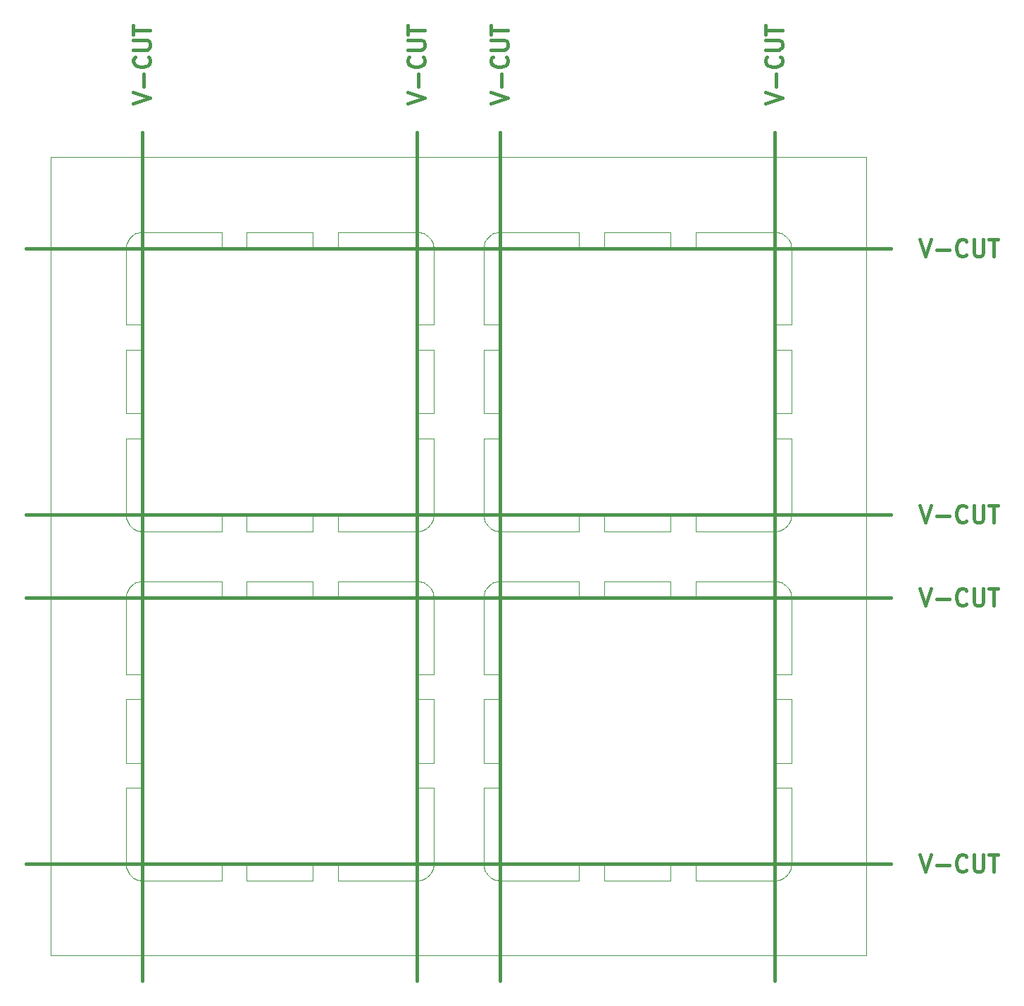
<source format=gm1>
G04 #@! TF.GenerationSoftware,KiCad,Pcbnew,6.0.11-2627ca5db0~126~ubuntu22.04.1*
G04 #@! TF.CreationDate,2023-02-05T22:44:53+11:00*
G04 #@! TF.ProjectId,panel,70616e65-6c2e-46b6-9963-61645f706362,rev?*
G04 #@! TF.SameCoordinates,Original*
G04 #@! TF.FileFunction,Profile,NP*
%FSLAX46Y46*%
G04 Gerber Fmt 4.6, Leading zero omitted, Abs format (unit mm)*
G04 Created by KiCad (PCBNEW 6.0.11-2627ca5db0~126~ubuntu22.04.1) date 2023-02-05 22:44:53*
%MOMM*%
%LPD*%
G01*
G04 APERTURE LIST*
G04 #@! TA.AperFunction,Profile*
%ADD10C,0.100000*%
G04 #@! TD*
G04 #@! TA.AperFunction,Profile*
%ADD11C,0.400000*%
G04 #@! TD*
%ADD12C,0.400000*%
G04 APERTURE END LIST*
D10*
X188461570Y-72609819D02*
X188490369Y-72803965D01*
X144265366Y-64847759D02*
X144080569Y-64913880D01*
X186696034Y-71009630D02*
X186890180Y-71038429D01*
X166000000Y-29000000D02*
X174000000Y-29000000D01*
X144914213Y-29585786D02*
X145046020Y-29731213D01*
X108586119Y-105580569D02*
X108538429Y-105390180D01*
X145413880Y-63580569D02*
X145347759Y-63765366D01*
X108586119Y-30419430D02*
X108652240Y-30234633D01*
X151538429Y-63390180D02*
X151509630Y-63196034D01*
X109085786Y-106414213D02*
X108953979Y-106268786D01*
X177000000Y-31000000D02*
X177000000Y-29000000D01*
X143890180Y-29038429D02*
X144080569Y-29086119D01*
X143500000Y-105000000D02*
X143500000Y-95833333D01*
X144442793Y-64763842D02*
X144265366Y-64847759D01*
X110500000Y-73000000D02*
X110500000Y-82166666D01*
X143500000Y-63000000D02*
X143500000Y-53833333D01*
X134000000Y-105000000D02*
X143500000Y-105000000D01*
X120000000Y-65000000D02*
X110500000Y-65000000D01*
X134000000Y-73000000D02*
X134000000Y-73000000D01*
X109919430Y-64913880D02*
X109734633Y-64847759D01*
X186500000Y-85166666D02*
X188500000Y-85166666D01*
X109734633Y-106847759D02*
X109557206Y-106763842D01*
X151736157Y-63942793D02*
X151652240Y-63765366D01*
X131000000Y-31000000D02*
X123000000Y-31000000D01*
X188500000Y-50833333D02*
X186500000Y-50833333D01*
X108500000Y-85166666D02*
X110500000Y-85166666D01*
X163000000Y-71000000D02*
X163000000Y-73000000D01*
X108736157Y-105942793D02*
X108652240Y-105765366D01*
X152734633Y-64847759D02*
X152557206Y-64763842D01*
X144914213Y-64414213D02*
X144768786Y-64546020D01*
X108509630Y-105196034D02*
X108500000Y-105000000D01*
X123000000Y-65000000D02*
X123000000Y-63000000D01*
X177000000Y-73000000D02*
X177000000Y-71000000D01*
X187611140Y-106662939D02*
X187442793Y-106763842D01*
X186500000Y-50833333D02*
X186500000Y-43166666D01*
X123000000Y-63000000D02*
X131000000Y-63000000D01*
X131000000Y-73000000D02*
X123000000Y-73000000D01*
X110303965Y-71009630D02*
X110500000Y-71000000D01*
X134000000Y-63000000D02*
X143500000Y-63000000D01*
X143500000Y-29000000D02*
X143696034Y-29009630D01*
X151586119Y-72419430D02*
X151652240Y-72234633D01*
X143890180Y-106961570D02*
X143696034Y-106990369D01*
X145263842Y-63942793D02*
X145162939Y-64111140D01*
X110500000Y-63000000D02*
X120000000Y-63000000D01*
X151586119Y-63580569D02*
X151538429Y-63390180D01*
X110500000Y-92833333D02*
X110500000Y-92833333D01*
X188500000Y-82166666D02*
X186500000Y-82166666D01*
X166000000Y-65000000D02*
X166000000Y-63000000D01*
D11*
X110500000Y-17000000D02*
X110500000Y-119000000D01*
D10*
X151500000Y-43166666D02*
X153500000Y-43166666D01*
X143890180Y-71038429D02*
X144080569Y-71086119D01*
D11*
X186500000Y-17000000D02*
X186500000Y-119000000D01*
D10*
X188162939Y-71888859D02*
X188263842Y-72057206D01*
X108837060Y-71888859D02*
X108953979Y-71731213D01*
X110303965Y-106990369D02*
X110109819Y-106961570D01*
X151509630Y-105196034D02*
X151500000Y-105000000D01*
X151652240Y-63765366D02*
X151586119Y-63580569D01*
X109085786Y-64414213D02*
X108953979Y-64268786D01*
X152919430Y-29086119D02*
X153109819Y-29038429D01*
X187265366Y-71152240D02*
X187442793Y-71236157D01*
X145347759Y-63765366D02*
X145263842Y-63942793D01*
X108953979Y-71731213D02*
X109085786Y-71585786D01*
X151500000Y-85166666D02*
X153500000Y-85166666D01*
X120000000Y-105000000D02*
X120000000Y-107000000D01*
X187080569Y-64913880D02*
X186890180Y-64961570D01*
X108652240Y-63765366D02*
X108586119Y-63580569D01*
X163000000Y-63000000D02*
X163000000Y-65000000D01*
X110500000Y-29000000D02*
X120000000Y-29000000D01*
X109388859Y-64662939D02*
X109231213Y-64546020D01*
X153500000Y-95833333D02*
X153500000Y-105000000D01*
X145500000Y-73000000D02*
X145500000Y-82166666D01*
X153303965Y-29009630D02*
X153500000Y-29000000D01*
X151837060Y-71888859D02*
X151953979Y-71731213D01*
X163000000Y-73000000D02*
X153500000Y-73000000D01*
X108736157Y-30057206D02*
X108837060Y-29888859D01*
X152734633Y-106847759D02*
X152557206Y-106763842D01*
X166000000Y-31000000D02*
X166000000Y-31000000D01*
X153109819Y-29038429D02*
X153303965Y-29009630D01*
X145461570Y-63390180D02*
X145413880Y-63580569D01*
X151586119Y-30419430D02*
X151652240Y-30234633D01*
X110500000Y-105000000D02*
X120000000Y-105000000D01*
X151953979Y-71731213D02*
X152085786Y-71585786D01*
X152231213Y-64546020D02*
X152085786Y-64414213D01*
X144080569Y-106913880D02*
X143890180Y-106961570D01*
X153500000Y-82166666D02*
X151500000Y-82166666D01*
X144914213Y-106414213D02*
X144768786Y-106546020D01*
X177000000Y-63000000D02*
X186500000Y-63000000D01*
X188461570Y-30609819D02*
X188490369Y-30803965D01*
X145500000Y-105000000D02*
X145490369Y-105196034D01*
X99500000Y-116000000D02*
X197500000Y-116000000D01*
X186500000Y-85166666D02*
X186500000Y-85166666D01*
X145500000Y-85166666D02*
X145500000Y-85166666D01*
X188500000Y-53833333D02*
X188500000Y-63000000D01*
X152557206Y-64763842D02*
X152388859Y-64662939D01*
X163000000Y-31000000D02*
X153500000Y-31000000D01*
X166000000Y-105000000D02*
X174000000Y-105000000D01*
X143696034Y-106990369D02*
X143500000Y-107000000D01*
X163000000Y-105000000D02*
X163000000Y-107000000D01*
X187768786Y-106546020D02*
X187611140Y-106662939D01*
X109388859Y-106662939D02*
X109231213Y-106546020D01*
X151509630Y-63196034D02*
X151500000Y-63000000D01*
X123000000Y-63000000D02*
X123000000Y-63000000D01*
X120000000Y-31000000D02*
X110500000Y-31000000D01*
X166000000Y-73000000D02*
X166000000Y-71000000D01*
X108538429Y-30609819D02*
X108586119Y-30419430D01*
X153500000Y-63000000D02*
X163000000Y-63000000D01*
X188046020Y-106268786D02*
X187914213Y-106414213D01*
X151509630Y-30803965D02*
X151538429Y-30609819D01*
X145500000Y-40166666D02*
X143500000Y-40166666D01*
X187611140Y-64662939D02*
X187442793Y-64763842D01*
X187611140Y-29337060D02*
X187768786Y-29453979D01*
X152231213Y-106546020D02*
X152085786Y-106414213D01*
X110500000Y-43166666D02*
X110500000Y-50833333D01*
X153500000Y-107000000D02*
X153303965Y-106990369D01*
X188046020Y-71731213D02*
X188162939Y-71888859D01*
X151586119Y-105580569D02*
X151538429Y-105390180D01*
X108500000Y-31000000D02*
X108509630Y-30803965D01*
X110500000Y-105000000D02*
X110500000Y-105000000D01*
X151500000Y-73000000D02*
X151509630Y-72803965D01*
X188413880Y-72419430D02*
X188461570Y-72609819D01*
X131000000Y-107000000D02*
X123000000Y-107000000D01*
X174000000Y-105000000D02*
X174000000Y-105000000D01*
D11*
X96500000Y-105000000D02*
X200500000Y-105000000D01*
D10*
X123000000Y-107000000D02*
X123000000Y-105000000D01*
X110500000Y-107000000D02*
X110303965Y-106990369D01*
X153500000Y-85166666D02*
X153500000Y-85166666D01*
X145500000Y-95833333D02*
X145500000Y-105000000D01*
X177000000Y-65000000D02*
X177000000Y-63000000D01*
X186696034Y-64990369D02*
X186500000Y-65000000D01*
X153500000Y-53833333D02*
X153500000Y-63000000D01*
X187914213Y-71585786D02*
X188046020Y-71731213D01*
X110500000Y-71000000D02*
X120000000Y-71000000D01*
X151953979Y-64268786D02*
X151837060Y-64111140D01*
X151500000Y-92833333D02*
X151500000Y-85166666D01*
X153303965Y-64990369D02*
X153109819Y-64961570D01*
X188263842Y-105942793D02*
X188162939Y-106111140D01*
X109919430Y-71086119D02*
X110109819Y-71038429D01*
X152388859Y-106662939D02*
X152231213Y-106546020D01*
X174000000Y-63000000D02*
X174000000Y-65000000D01*
X109085786Y-71585786D02*
X109231213Y-71453979D01*
X110109819Y-64961570D02*
X109919430Y-64913880D01*
X188413880Y-30419430D02*
X188461570Y-30609819D01*
X197500000Y-20000000D02*
X99500000Y-20000000D01*
X187768786Y-64546020D02*
X187611140Y-64662939D01*
X153109819Y-71038429D02*
X153303965Y-71009630D01*
X134000000Y-29000000D02*
X143500000Y-29000000D01*
X144914213Y-71585786D02*
X145046020Y-71731213D01*
X99500000Y-20000000D02*
X99500000Y-116000000D01*
X186500000Y-40166666D02*
X186500000Y-31000000D01*
X153500000Y-92833333D02*
X151500000Y-92833333D01*
X143500000Y-71000000D02*
X143696034Y-71009630D01*
X188263842Y-63942793D02*
X188162939Y-64111140D01*
X153500000Y-50833333D02*
X151500000Y-50833333D01*
X108509630Y-72803965D02*
X108538429Y-72609819D01*
X152557206Y-71236157D02*
X152734633Y-71152240D01*
X134000000Y-31000000D02*
X134000000Y-29000000D01*
X143500000Y-65000000D02*
X134000000Y-65000000D01*
X134000000Y-73000000D02*
X134000000Y-71000000D01*
X174000000Y-71000000D02*
X174000000Y-73000000D01*
X120000000Y-63000000D02*
X120000000Y-65000000D01*
X145046020Y-64268786D02*
X144914213Y-64414213D01*
X134000000Y-65000000D02*
X134000000Y-63000000D01*
X144768786Y-106546020D02*
X144611140Y-106662939D01*
X186500000Y-43166666D02*
X188500000Y-43166666D01*
X174000000Y-73000000D02*
X166000000Y-73000000D01*
X145413880Y-105580569D02*
X145347759Y-105765366D01*
X145500000Y-82166666D02*
X143500000Y-82166666D01*
X188263842Y-72057206D02*
X188347759Y-72234633D01*
X144768786Y-71453979D02*
X144914213Y-71585786D01*
X151953979Y-29731213D02*
X152085786Y-29585786D01*
X151500000Y-53833333D02*
X153500000Y-53833333D01*
X144768786Y-64546020D02*
X144611140Y-64662939D01*
X120000000Y-73000000D02*
X120000000Y-73000000D01*
X110500000Y-50833333D02*
X110500000Y-50833333D01*
X145263842Y-72057206D02*
X145347759Y-72234633D01*
X151500000Y-40166666D02*
X151500000Y-31000000D01*
X134000000Y-71000000D02*
X143500000Y-71000000D01*
X174000000Y-65000000D02*
X166000000Y-65000000D01*
X177000000Y-29000000D02*
X186500000Y-29000000D01*
X108500000Y-43166666D02*
X110500000Y-43166666D01*
X144265366Y-106847759D02*
X144080569Y-106913880D01*
X151736157Y-105942793D02*
X151652240Y-105765366D01*
X151500000Y-95833333D02*
X153500000Y-95833333D01*
X123000000Y-31000000D02*
X123000000Y-29000000D01*
X145500000Y-43166666D02*
X145500000Y-43166666D01*
X151652240Y-105765366D02*
X151586119Y-105580569D01*
X110500000Y-95833333D02*
X110500000Y-105000000D01*
X108500000Y-50833333D02*
X108500000Y-43166666D01*
X166000000Y-63000000D02*
X174000000Y-63000000D01*
X153500000Y-31000000D02*
X153500000Y-31000000D01*
X110109819Y-29038429D02*
X110303965Y-29009630D01*
X131000000Y-63000000D02*
X131000000Y-65000000D01*
X186890180Y-64961570D02*
X186696034Y-64990369D01*
X151837060Y-29888859D02*
X151953979Y-29731213D01*
X131000000Y-105000000D02*
X131000000Y-105000000D01*
X143500000Y-105000000D02*
X143500000Y-105000000D01*
X143500000Y-31000000D02*
X134000000Y-31000000D01*
X152085786Y-71585786D02*
X152231213Y-71453979D01*
X188162939Y-64111140D02*
X188046020Y-64268786D01*
X109557206Y-106763842D02*
X109388859Y-106662939D01*
X152557206Y-29236157D02*
X152734633Y-29152240D01*
X109231213Y-71453979D02*
X109388859Y-71337060D01*
X144442793Y-29236157D02*
X144611140Y-29337060D01*
X174000000Y-73000000D02*
X174000000Y-73000000D01*
X188347759Y-72234633D02*
X188413880Y-72419430D01*
X153109819Y-106961570D02*
X152919430Y-106913880D01*
X188263842Y-30057206D02*
X188347759Y-30234633D01*
X187442793Y-106763842D02*
X187265366Y-106847759D01*
X187080569Y-71086119D02*
X187265366Y-71152240D01*
X188490369Y-105196034D02*
X188461570Y-105390180D01*
X174000000Y-105000000D02*
X174000000Y-107000000D01*
X186500000Y-82166666D02*
X186500000Y-73000000D01*
X143890180Y-64961570D02*
X143696034Y-64990369D01*
X151953979Y-106268786D02*
X151837060Y-106111140D01*
X174000000Y-29000000D02*
X174000000Y-31000000D01*
X188500000Y-31000000D02*
X188500000Y-40166666D01*
X120000000Y-71000000D02*
X120000000Y-73000000D01*
X186500000Y-73000000D02*
X186500000Y-73000000D01*
X188347759Y-105765366D02*
X188263842Y-105942793D01*
X144080569Y-29086119D02*
X144265366Y-29152240D01*
X145162939Y-64111140D02*
X145046020Y-64268786D01*
X151652240Y-72234633D02*
X151736157Y-72057206D01*
X186500000Y-65000000D02*
X177000000Y-65000000D01*
X197500000Y-116000000D02*
X197500000Y-116000000D01*
X108652240Y-72234633D02*
X108736157Y-72057206D01*
X186500000Y-31000000D02*
X177000000Y-31000000D01*
D11*
X143500000Y-17000000D02*
X143500000Y-119000000D01*
D10*
X144265366Y-71152240D02*
X144442793Y-71236157D01*
X145046020Y-71731213D02*
X145162939Y-71888859D01*
X123000000Y-31000000D02*
X123000000Y-31000000D01*
X108953979Y-106268786D02*
X108837060Y-106111140D01*
X151736157Y-30057206D02*
X151837060Y-29888859D01*
X153303965Y-106990369D02*
X153109819Y-106961570D01*
X109388859Y-71337060D02*
X109557206Y-71236157D01*
X145347759Y-105765366D02*
X145263842Y-105942793D01*
X110500000Y-82166666D02*
X108500000Y-82166666D01*
X145162939Y-71888859D02*
X145263842Y-72057206D01*
X153500000Y-31000000D02*
X153500000Y-40166666D01*
X110303965Y-64990369D02*
X110109819Y-64961570D01*
X144265366Y-29152240D02*
X144442793Y-29236157D01*
X186500000Y-31000000D02*
X186500000Y-31000000D01*
X152085786Y-106414213D02*
X151953979Y-106268786D01*
X109231213Y-106546020D02*
X109085786Y-106414213D01*
X144442793Y-106763842D02*
X144265366Y-106847759D01*
X131000000Y-29000000D02*
X131000000Y-31000000D01*
X108500000Y-105000000D02*
X108500000Y-95833333D01*
X108538429Y-105390180D02*
X108509630Y-105196034D01*
D11*
X96500000Y-73000000D02*
X200500000Y-73000000D01*
D10*
X186500000Y-107000000D02*
X177000000Y-107000000D01*
X144611140Y-106662939D02*
X144442793Y-106763842D01*
X186500000Y-43166666D02*
X186500000Y-43166666D01*
X186500000Y-71000000D02*
X186696034Y-71009630D01*
X145500000Y-85166666D02*
X145500000Y-92833333D01*
X108736157Y-63942793D02*
X108652240Y-63765366D01*
X145347759Y-72234633D02*
X145413880Y-72419430D01*
X108837060Y-29888859D02*
X108953979Y-29731213D01*
X187442793Y-71236157D02*
X187611140Y-71337060D01*
X151538429Y-105390180D02*
X151509630Y-105196034D01*
X186500000Y-105000000D02*
X186500000Y-105000000D01*
X143500000Y-82166666D02*
X143500000Y-73000000D01*
X108500000Y-40166666D02*
X108500000Y-31000000D01*
X131000000Y-105000000D02*
X131000000Y-107000000D01*
X110500000Y-65000000D02*
X110303965Y-64990369D01*
X108500000Y-63000000D02*
X108500000Y-53833333D01*
X108500000Y-73000000D02*
X108509630Y-72803965D01*
X166000000Y-31000000D02*
X166000000Y-29000000D01*
X177000000Y-105000000D02*
X186500000Y-105000000D01*
X186500000Y-73000000D02*
X177000000Y-73000000D01*
X145347759Y-30234633D02*
X145413880Y-30419430D01*
X188162939Y-106111140D02*
X188046020Y-106268786D01*
X177000000Y-107000000D02*
X177000000Y-105000000D01*
X110500000Y-63000000D02*
X110500000Y-63000000D01*
X188413880Y-63580569D02*
X188347759Y-63765366D01*
X145490369Y-72803965D02*
X145500000Y-73000000D01*
X108500000Y-40166666D02*
X108500000Y-40166666D01*
X143500000Y-53833333D02*
X145500000Y-53833333D01*
X120000000Y-29000000D02*
X120000000Y-31000000D01*
X143500000Y-40166666D02*
X143500000Y-40166666D01*
X152557206Y-106763842D02*
X152388859Y-106662939D01*
X110303965Y-29009630D02*
X110500000Y-29000000D01*
X188500000Y-95833333D02*
X188500000Y-105000000D01*
X187080569Y-29086119D02*
X187265366Y-29152240D01*
D11*
X96500000Y-63000000D02*
X200500000Y-63000000D01*
D10*
X144611140Y-71337060D02*
X144768786Y-71453979D01*
X153500000Y-73000000D02*
X153500000Y-82166666D01*
X145490369Y-63196034D02*
X145461570Y-63390180D01*
X110500000Y-50833333D02*
X108500000Y-50833333D01*
X187442793Y-29236157D02*
X187611140Y-29337060D01*
X151538429Y-72609819D02*
X151586119Y-72419430D01*
X145500000Y-43166666D02*
X145500000Y-50833333D01*
X186890180Y-71038429D02*
X187080569Y-71086119D01*
X145461570Y-30609819D02*
X145490369Y-30803965D01*
X151500000Y-50833333D02*
X151500000Y-43166666D01*
X120000000Y-107000000D02*
X110500000Y-107000000D01*
X108586119Y-63580569D02*
X108538429Y-63390180D01*
X187080569Y-106913880D02*
X186890180Y-106961570D01*
X152085786Y-29585786D02*
X152231213Y-29453979D01*
X145500000Y-53833333D02*
X145500000Y-63000000D01*
X186500000Y-105000000D02*
X186500000Y-95833333D01*
X109557206Y-29236157D02*
X109734633Y-29152240D01*
X153500000Y-71000000D02*
X163000000Y-71000000D01*
X120000000Y-73000000D02*
X110500000Y-73000000D01*
X123000000Y-73000000D02*
X123000000Y-71000000D01*
X188500000Y-85166666D02*
X188500000Y-92833333D01*
X145413880Y-72419430D02*
X145461570Y-72609819D01*
X188347759Y-63765366D02*
X188263842Y-63942793D01*
X143500000Y-50833333D02*
X143500000Y-43166666D01*
X153500000Y-105000000D02*
X163000000Y-105000000D01*
X145500000Y-50833333D02*
X143500000Y-50833333D01*
X145461570Y-105390180D02*
X145413880Y-105580569D01*
X108500000Y-53833333D02*
X110500000Y-53833333D01*
X144080569Y-64913880D02*
X143890180Y-64961570D01*
X188500000Y-73000000D02*
X188500000Y-82166666D01*
X109085786Y-29585786D02*
X109231213Y-29453979D01*
X143500000Y-95833333D02*
X145500000Y-95833333D01*
X109557206Y-71236157D02*
X109734633Y-71152240D01*
X152388859Y-29337060D02*
X152557206Y-29236157D01*
X187611140Y-71337060D02*
X187768786Y-71453979D01*
X163000000Y-65000000D02*
X153500000Y-65000000D01*
X186890180Y-29038429D02*
X187080569Y-29086119D01*
X143500000Y-92833333D02*
X143500000Y-85166666D01*
X166000000Y-107000000D02*
X166000000Y-105000000D01*
X177000000Y-71000000D02*
X186500000Y-71000000D01*
X188500000Y-63000000D02*
X188490369Y-63196034D01*
X186500000Y-95833333D02*
X188500000Y-95833333D01*
X145263842Y-105942793D02*
X145162939Y-106111140D01*
X152919430Y-106913880D02*
X152734633Y-106847759D01*
X109231213Y-29453979D02*
X109388859Y-29337060D01*
X110500000Y-40166666D02*
X108500000Y-40166666D01*
X151500000Y-82166666D02*
X151500000Y-73000000D01*
X108652240Y-105765366D02*
X108586119Y-105580569D01*
X134000000Y-63000000D02*
X134000000Y-63000000D01*
X145461570Y-72609819D02*
X145490369Y-72803965D01*
X145162939Y-106111140D02*
X145046020Y-106268786D01*
X163000000Y-73000000D02*
X163000000Y-73000000D01*
X144611140Y-29337060D02*
X144768786Y-29453979D01*
X145046020Y-29731213D02*
X145162939Y-29888859D01*
X153500000Y-65000000D02*
X153303965Y-64990369D01*
X186500000Y-63000000D02*
X186500000Y-53833333D01*
X109734633Y-71152240D02*
X109919430Y-71086119D01*
X123000000Y-105000000D02*
X131000000Y-105000000D01*
X109557206Y-64763842D02*
X109388859Y-64662939D01*
X163000000Y-29000000D02*
X163000000Y-31000000D01*
X153500000Y-43166666D02*
X153500000Y-43166666D01*
X153500000Y-95833333D02*
X153500000Y-95833333D01*
X188046020Y-29731213D02*
X188162939Y-29888859D01*
X123000000Y-71000000D02*
X131000000Y-71000000D01*
X151500000Y-31000000D02*
X151509630Y-30803965D01*
X151837060Y-64111140D02*
X151736157Y-63942793D01*
X144442793Y-71236157D02*
X144611140Y-71337060D01*
X110109819Y-106961570D02*
X109919430Y-106913880D01*
X188413880Y-105580569D02*
X188347759Y-105765366D01*
X163000000Y-107000000D02*
X153500000Y-107000000D01*
X187442793Y-64763842D02*
X187265366Y-64847759D01*
X187265366Y-29152240D02*
X187442793Y-29236157D01*
X153500000Y-85166666D02*
X153500000Y-92833333D01*
X110500000Y-53833333D02*
X110500000Y-63000000D01*
X143500000Y-85166666D02*
X145500000Y-85166666D01*
X110500000Y-92833333D02*
X108500000Y-92833333D01*
X153500000Y-43166666D02*
X153500000Y-50833333D01*
X131000000Y-65000000D02*
X123000000Y-65000000D01*
X152085786Y-64414213D02*
X151953979Y-64268786D01*
X145500000Y-92833333D02*
X143500000Y-92833333D01*
X145490369Y-105196034D02*
X145461570Y-105390180D01*
X186890180Y-106961570D02*
X186696034Y-106990369D01*
X153500000Y-29000000D02*
X163000000Y-29000000D01*
X144080569Y-71086119D02*
X144265366Y-71152240D01*
X188490369Y-30803965D02*
X188500000Y-31000000D01*
X152734633Y-29152240D02*
X152919430Y-29086119D01*
X188461570Y-63390180D02*
X188413880Y-63580569D01*
X108736157Y-72057206D02*
X108837060Y-71888859D01*
X108500000Y-82166666D02*
X108500000Y-73000000D01*
X108586119Y-72419430D02*
X108652240Y-72234633D01*
X143500000Y-43166666D02*
X145500000Y-43166666D01*
X131000000Y-73000000D02*
X131000000Y-73000000D01*
X143500000Y-107000000D02*
X134000000Y-107000000D01*
X166000000Y-71000000D02*
X174000000Y-71000000D01*
X151736157Y-72057206D02*
X151837060Y-71888859D01*
X145413880Y-30419430D02*
X145461570Y-30609819D01*
X143696034Y-64990369D02*
X143500000Y-65000000D01*
X110500000Y-85166666D02*
X110500000Y-92833333D01*
X186696034Y-29009630D02*
X186890180Y-29038429D01*
X108500000Y-95833333D02*
X110500000Y-95833333D01*
X110500000Y-31000000D02*
X110500000Y-40166666D01*
X174000000Y-107000000D02*
X166000000Y-107000000D01*
X188490369Y-63196034D02*
X188461570Y-63390180D01*
X109388859Y-29337060D02*
X109557206Y-29236157D01*
X187768786Y-71453979D02*
X187914213Y-71585786D01*
X152919430Y-64913880D02*
X152734633Y-64847759D01*
X145046020Y-106268786D02*
X144914213Y-106414213D01*
X108837060Y-106111140D02*
X108736157Y-105942793D01*
X152231213Y-71453979D02*
X152388859Y-71337060D01*
X186696034Y-106990369D02*
X186500000Y-107000000D01*
X145500000Y-63000000D02*
X145490369Y-63196034D01*
X152388859Y-71337060D02*
X152557206Y-71236157D01*
X151500000Y-105000000D02*
X151500000Y-95833333D01*
X187914213Y-106414213D02*
X187768786Y-106546020D01*
X188046020Y-64268786D02*
X187914213Y-64414213D01*
X145263842Y-30057206D02*
X145347759Y-30234633D01*
X188162939Y-29888859D02*
X188263842Y-30057206D01*
X143500000Y-73000000D02*
X134000000Y-73000000D01*
X188490369Y-72803965D02*
X188500000Y-73000000D01*
X134000000Y-107000000D02*
X134000000Y-105000000D01*
X108538429Y-72609819D02*
X108586119Y-72419430D01*
X108953979Y-29731213D02*
X109085786Y-29585786D01*
X144611140Y-64662939D02*
X144442793Y-64763842D01*
X177000000Y-63000000D02*
X177000000Y-63000000D01*
X123000000Y-29000000D02*
X131000000Y-29000000D01*
X145490369Y-30803965D02*
X145500000Y-31000000D01*
X153303965Y-71009630D02*
X153500000Y-71000000D01*
X109919430Y-29086119D02*
X110109819Y-29038429D01*
X187768786Y-29453979D02*
X187914213Y-29585786D01*
X152388859Y-64662939D02*
X152231213Y-64546020D01*
X151538429Y-30609819D02*
X151586119Y-30419430D01*
X144768786Y-29453979D02*
X144914213Y-29585786D01*
X186500000Y-92833333D02*
X186500000Y-85166666D01*
X151837060Y-106111140D02*
X151736157Y-105942793D01*
X153500000Y-40166666D02*
X151500000Y-40166666D01*
X188500000Y-105000000D02*
X188490369Y-105196034D01*
X143696034Y-71009630D02*
X143890180Y-71038429D01*
X197500000Y-116000000D02*
X197500000Y-20000000D01*
X109231213Y-64546020D02*
X109085786Y-64414213D01*
X152734633Y-71152240D02*
X152919430Y-71086119D01*
X187265366Y-106847759D02*
X187080569Y-106913880D01*
X108652240Y-30234633D02*
X108736157Y-30057206D01*
X186500000Y-53833333D02*
X188500000Y-53833333D01*
X151500000Y-63000000D02*
X151500000Y-53833333D01*
X187914213Y-29585786D02*
X188046020Y-29731213D01*
X108837060Y-64111140D02*
X108736157Y-63942793D01*
X131000000Y-71000000D02*
X131000000Y-73000000D01*
X145500000Y-31000000D02*
X145500000Y-40166666D01*
X152919430Y-71086119D02*
X153109819Y-71038429D01*
X188500000Y-43166666D02*
X188500000Y-50833333D01*
D11*
X153500000Y-17000000D02*
X153500000Y-119000000D01*
D10*
X109734633Y-29152240D02*
X109919430Y-29086119D01*
X151509630Y-72803965D02*
X151538429Y-72609819D01*
X109734633Y-64847759D02*
X109557206Y-64763842D01*
X108509630Y-63196034D02*
X108500000Y-63000000D01*
X151652240Y-30234633D02*
X151736157Y-30057206D01*
X188461570Y-105390180D02*
X188413880Y-105580569D01*
D11*
X96500000Y-31000000D02*
X200500000Y-31000000D01*
D10*
X108953979Y-64268786D02*
X108837060Y-64111140D01*
X166000000Y-63000000D02*
X166000000Y-63000000D01*
X108500000Y-92833333D02*
X108500000Y-85166666D01*
X152231213Y-29453979D02*
X152388859Y-29337060D01*
X188500000Y-92833333D02*
X186500000Y-92833333D01*
X174000000Y-31000000D02*
X166000000Y-31000000D01*
X143696034Y-29009630D02*
X143890180Y-29038429D01*
X187265366Y-64847759D02*
X187080569Y-64913880D01*
X108509630Y-30803965D02*
X108538429Y-30609819D01*
X153500000Y-53833333D02*
X153500000Y-53833333D01*
X153109819Y-64961570D02*
X152919430Y-64913880D01*
X143500000Y-40166666D02*
X143500000Y-31000000D01*
X145162939Y-29888859D02*
X145263842Y-30057206D01*
X186500000Y-29000000D02*
X186696034Y-29009630D01*
X108538429Y-63390180D02*
X108509630Y-63196034D01*
X109919430Y-106913880D02*
X109734633Y-106847759D01*
X188347759Y-30234633D02*
X188413880Y-30419430D01*
X110109819Y-71038429D02*
X110303965Y-71009630D01*
X188500000Y-40166666D02*
X186500000Y-40166666D01*
X187914213Y-64414213D02*
X187768786Y-64546020D01*
D12*
X142404761Y-13549523D02*
X144404761Y-12882857D01*
X142404761Y-12216190D01*
X143642857Y-11549523D02*
X143642857Y-10025714D01*
X144214285Y-7930476D02*
X144309523Y-8025714D01*
X144404761Y-8311428D01*
X144404761Y-8501904D01*
X144309523Y-8787619D01*
X144119047Y-8978095D01*
X143928571Y-9073333D01*
X143547619Y-9168571D01*
X143261904Y-9168571D01*
X142880952Y-9073333D01*
X142690476Y-8978095D01*
X142500000Y-8787619D01*
X142404761Y-8501904D01*
X142404761Y-8311428D01*
X142500000Y-8025714D01*
X142595238Y-7930476D01*
X142404761Y-7073333D02*
X144023809Y-7073333D01*
X144214285Y-6978095D01*
X144309523Y-6882857D01*
X144404761Y-6692380D01*
X144404761Y-6311428D01*
X144309523Y-6120952D01*
X144214285Y-6025714D01*
X144023809Y-5930476D01*
X142404761Y-5930476D01*
X142404761Y-5263809D02*
X142404761Y-4120952D01*
X144404761Y-4692380D02*
X142404761Y-4692380D01*
X203950476Y-61904761D02*
X204617142Y-63904761D01*
X205283809Y-61904761D01*
X205950476Y-63142857D02*
X207474285Y-63142857D01*
X209569523Y-63714285D02*
X209474285Y-63809523D01*
X209188571Y-63904761D01*
X208998095Y-63904761D01*
X208712380Y-63809523D01*
X208521904Y-63619047D01*
X208426666Y-63428571D01*
X208331428Y-63047619D01*
X208331428Y-62761904D01*
X208426666Y-62380952D01*
X208521904Y-62190476D01*
X208712380Y-62000000D01*
X208998095Y-61904761D01*
X209188571Y-61904761D01*
X209474285Y-62000000D01*
X209569523Y-62095238D01*
X210426666Y-61904761D02*
X210426666Y-63523809D01*
X210521904Y-63714285D01*
X210617142Y-63809523D01*
X210807619Y-63904761D01*
X211188571Y-63904761D01*
X211379047Y-63809523D01*
X211474285Y-63714285D01*
X211569523Y-63523809D01*
X211569523Y-61904761D01*
X212236190Y-61904761D02*
X213379047Y-61904761D01*
X212807619Y-63904761D02*
X212807619Y-61904761D01*
X109404761Y-13549523D02*
X111404761Y-12882857D01*
X109404761Y-12216190D01*
X110642857Y-11549523D02*
X110642857Y-10025714D01*
X111214285Y-7930476D02*
X111309523Y-8025714D01*
X111404761Y-8311428D01*
X111404761Y-8501904D01*
X111309523Y-8787619D01*
X111119047Y-8978095D01*
X110928571Y-9073333D01*
X110547619Y-9168571D01*
X110261904Y-9168571D01*
X109880952Y-9073333D01*
X109690476Y-8978095D01*
X109500000Y-8787619D01*
X109404761Y-8501904D01*
X109404761Y-8311428D01*
X109500000Y-8025714D01*
X109595238Y-7930476D01*
X109404761Y-7073333D02*
X111023809Y-7073333D01*
X111214285Y-6978095D01*
X111309523Y-6882857D01*
X111404761Y-6692380D01*
X111404761Y-6311428D01*
X111309523Y-6120952D01*
X111214285Y-6025714D01*
X111023809Y-5930476D01*
X109404761Y-5930476D01*
X109404761Y-5263809D02*
X109404761Y-4120952D01*
X111404761Y-4692380D02*
X109404761Y-4692380D01*
X203950476Y-103904761D02*
X204617142Y-105904761D01*
X205283809Y-103904761D01*
X205950476Y-105142857D02*
X207474285Y-105142857D01*
X209569523Y-105714285D02*
X209474285Y-105809523D01*
X209188571Y-105904761D01*
X208998095Y-105904761D01*
X208712380Y-105809523D01*
X208521904Y-105619047D01*
X208426666Y-105428571D01*
X208331428Y-105047619D01*
X208331428Y-104761904D01*
X208426666Y-104380952D01*
X208521904Y-104190476D01*
X208712380Y-104000000D01*
X208998095Y-103904761D01*
X209188571Y-103904761D01*
X209474285Y-104000000D01*
X209569523Y-104095238D01*
X210426666Y-103904761D02*
X210426666Y-105523809D01*
X210521904Y-105714285D01*
X210617142Y-105809523D01*
X210807619Y-105904761D01*
X211188571Y-105904761D01*
X211379047Y-105809523D01*
X211474285Y-105714285D01*
X211569523Y-105523809D01*
X211569523Y-103904761D01*
X212236190Y-103904761D02*
X213379047Y-103904761D01*
X212807619Y-105904761D02*
X212807619Y-103904761D01*
X203950476Y-71904761D02*
X204617142Y-73904761D01*
X205283809Y-71904761D01*
X205950476Y-73142857D02*
X207474285Y-73142857D01*
X209569523Y-73714285D02*
X209474285Y-73809523D01*
X209188571Y-73904761D01*
X208998095Y-73904761D01*
X208712380Y-73809523D01*
X208521904Y-73619047D01*
X208426666Y-73428571D01*
X208331428Y-73047619D01*
X208331428Y-72761904D01*
X208426666Y-72380952D01*
X208521904Y-72190476D01*
X208712380Y-72000000D01*
X208998095Y-71904761D01*
X209188571Y-71904761D01*
X209474285Y-72000000D01*
X209569523Y-72095238D01*
X210426666Y-71904761D02*
X210426666Y-73523809D01*
X210521904Y-73714285D01*
X210617142Y-73809523D01*
X210807619Y-73904761D01*
X211188571Y-73904761D01*
X211379047Y-73809523D01*
X211474285Y-73714285D01*
X211569523Y-73523809D01*
X211569523Y-71904761D01*
X212236190Y-71904761D02*
X213379047Y-71904761D01*
X212807619Y-73904761D02*
X212807619Y-71904761D01*
X203950476Y-29904761D02*
X204617142Y-31904761D01*
X205283809Y-29904761D01*
X205950476Y-31142857D02*
X207474285Y-31142857D01*
X209569523Y-31714285D02*
X209474285Y-31809523D01*
X209188571Y-31904761D01*
X208998095Y-31904761D01*
X208712380Y-31809523D01*
X208521904Y-31619047D01*
X208426666Y-31428571D01*
X208331428Y-31047619D01*
X208331428Y-30761904D01*
X208426666Y-30380952D01*
X208521904Y-30190476D01*
X208712380Y-30000000D01*
X208998095Y-29904761D01*
X209188571Y-29904761D01*
X209474285Y-30000000D01*
X209569523Y-30095238D01*
X210426666Y-29904761D02*
X210426666Y-31523809D01*
X210521904Y-31714285D01*
X210617142Y-31809523D01*
X210807619Y-31904761D01*
X211188571Y-31904761D01*
X211379047Y-31809523D01*
X211474285Y-31714285D01*
X211569523Y-31523809D01*
X211569523Y-29904761D01*
X212236190Y-29904761D02*
X213379047Y-29904761D01*
X212807619Y-31904761D02*
X212807619Y-29904761D01*
X152404761Y-13549523D02*
X154404761Y-12882857D01*
X152404761Y-12216190D01*
X153642857Y-11549523D02*
X153642857Y-10025714D01*
X154214285Y-7930476D02*
X154309523Y-8025714D01*
X154404761Y-8311428D01*
X154404761Y-8501904D01*
X154309523Y-8787619D01*
X154119047Y-8978095D01*
X153928571Y-9073333D01*
X153547619Y-9168571D01*
X153261904Y-9168571D01*
X152880952Y-9073333D01*
X152690476Y-8978095D01*
X152500000Y-8787619D01*
X152404761Y-8501904D01*
X152404761Y-8311428D01*
X152500000Y-8025714D01*
X152595238Y-7930476D01*
X152404761Y-7073333D02*
X154023809Y-7073333D01*
X154214285Y-6978095D01*
X154309523Y-6882857D01*
X154404761Y-6692380D01*
X154404761Y-6311428D01*
X154309523Y-6120952D01*
X154214285Y-6025714D01*
X154023809Y-5930476D01*
X152404761Y-5930476D01*
X152404761Y-5263809D02*
X152404761Y-4120952D01*
X154404761Y-4692380D02*
X152404761Y-4692380D01*
X185404761Y-13549523D02*
X187404761Y-12882857D01*
X185404761Y-12216190D01*
X186642857Y-11549523D02*
X186642857Y-10025714D01*
X187214285Y-7930476D02*
X187309523Y-8025714D01*
X187404761Y-8311428D01*
X187404761Y-8501904D01*
X187309523Y-8787619D01*
X187119047Y-8978095D01*
X186928571Y-9073333D01*
X186547619Y-9168571D01*
X186261904Y-9168571D01*
X185880952Y-9073333D01*
X185690476Y-8978095D01*
X185500000Y-8787619D01*
X185404761Y-8501904D01*
X185404761Y-8311428D01*
X185500000Y-8025714D01*
X185595238Y-7930476D01*
X185404761Y-7073333D02*
X187023809Y-7073333D01*
X187214285Y-6978095D01*
X187309523Y-6882857D01*
X187404761Y-6692380D01*
X187404761Y-6311428D01*
X187309523Y-6120952D01*
X187214285Y-6025714D01*
X187023809Y-5930476D01*
X185404761Y-5930476D01*
X185404761Y-5263809D02*
X185404761Y-4120952D01*
X187404761Y-4692380D02*
X185404761Y-4692380D01*
M02*

</source>
